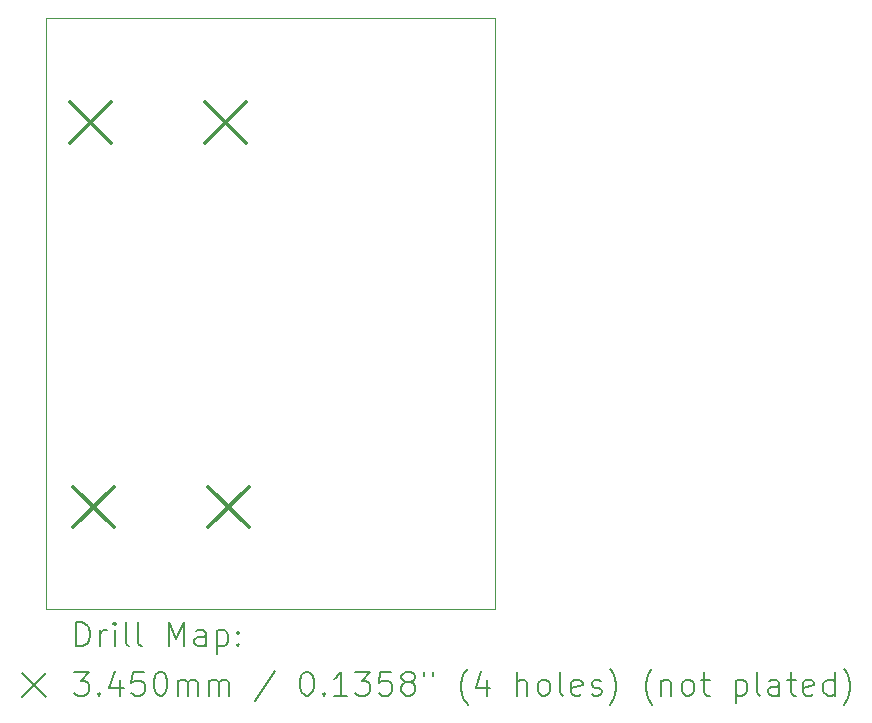
<source format=gbr>
%TF.GenerationSoftware,KiCad,Pcbnew,8.0.3*%
%TF.CreationDate,2024-12-07T23:26:44-06:00*%
%TF.ProjectId,CAN Over Ethernet,43414e20-4f76-4657-9220-45746865726e,rev?*%
%TF.SameCoordinates,Original*%
%TF.FileFunction,Drillmap*%
%TF.FilePolarity,Positive*%
%FSLAX45Y45*%
G04 Gerber Fmt 4.5, Leading zero omitted, Abs format (unit mm)*
G04 Created by KiCad (PCBNEW 8.0.3) date 2024-12-07 23:26:44*
%MOMM*%
%LPD*%
G01*
G04 APERTURE LIST*
%ADD10C,0.100000*%
%ADD11C,0.200000*%
%ADD12C,0.345000*%
G04 APERTURE END LIST*
D10*
X7680000Y-4250000D02*
X11480000Y-4250000D01*
X11480000Y-9250000D01*
X7680000Y-9250000D01*
X7680000Y-4250000D01*
D11*
D12*
X7884250Y-4962500D02*
X8229250Y-5307500D01*
X8229250Y-4962500D02*
X7884250Y-5307500D01*
X7907750Y-8216250D02*
X8252750Y-8561250D01*
X8252750Y-8216250D02*
X7907750Y-8561250D01*
X9027250Y-4962500D02*
X9372250Y-5307500D01*
X9372250Y-4962500D02*
X9027250Y-5307500D01*
X9050750Y-8216250D02*
X9395750Y-8561250D01*
X9395750Y-8216250D02*
X9050750Y-8561250D01*
D11*
X7935777Y-9566484D02*
X7935777Y-9366484D01*
X7935777Y-9366484D02*
X7983396Y-9366484D01*
X7983396Y-9366484D02*
X8011967Y-9376008D01*
X8011967Y-9376008D02*
X8031015Y-9395055D01*
X8031015Y-9395055D02*
X8040539Y-9414103D01*
X8040539Y-9414103D02*
X8050062Y-9452198D01*
X8050062Y-9452198D02*
X8050062Y-9480770D01*
X8050062Y-9480770D02*
X8040539Y-9518865D01*
X8040539Y-9518865D02*
X8031015Y-9537912D01*
X8031015Y-9537912D02*
X8011967Y-9556960D01*
X8011967Y-9556960D02*
X7983396Y-9566484D01*
X7983396Y-9566484D02*
X7935777Y-9566484D01*
X8135777Y-9566484D02*
X8135777Y-9433150D01*
X8135777Y-9471246D02*
X8145301Y-9452198D01*
X8145301Y-9452198D02*
X8154824Y-9442674D01*
X8154824Y-9442674D02*
X8173872Y-9433150D01*
X8173872Y-9433150D02*
X8192920Y-9433150D01*
X8259586Y-9566484D02*
X8259586Y-9433150D01*
X8259586Y-9366484D02*
X8250062Y-9376008D01*
X8250062Y-9376008D02*
X8259586Y-9385531D01*
X8259586Y-9385531D02*
X8269110Y-9376008D01*
X8269110Y-9376008D02*
X8259586Y-9366484D01*
X8259586Y-9366484D02*
X8259586Y-9385531D01*
X8383396Y-9566484D02*
X8364348Y-9556960D01*
X8364348Y-9556960D02*
X8354824Y-9537912D01*
X8354824Y-9537912D02*
X8354824Y-9366484D01*
X8488158Y-9566484D02*
X8469110Y-9556960D01*
X8469110Y-9556960D02*
X8459586Y-9537912D01*
X8459586Y-9537912D02*
X8459586Y-9366484D01*
X8716729Y-9566484D02*
X8716729Y-9366484D01*
X8716729Y-9366484D02*
X8783396Y-9509341D01*
X8783396Y-9509341D02*
X8850063Y-9366484D01*
X8850063Y-9366484D02*
X8850063Y-9566484D01*
X9031015Y-9566484D02*
X9031015Y-9461722D01*
X9031015Y-9461722D02*
X9021491Y-9442674D01*
X9021491Y-9442674D02*
X9002444Y-9433150D01*
X9002444Y-9433150D02*
X8964348Y-9433150D01*
X8964348Y-9433150D02*
X8945301Y-9442674D01*
X9031015Y-9556960D02*
X9011967Y-9566484D01*
X9011967Y-9566484D02*
X8964348Y-9566484D01*
X8964348Y-9566484D02*
X8945301Y-9556960D01*
X8945301Y-9556960D02*
X8935777Y-9537912D01*
X8935777Y-9537912D02*
X8935777Y-9518865D01*
X8935777Y-9518865D02*
X8945301Y-9499817D01*
X8945301Y-9499817D02*
X8964348Y-9490293D01*
X8964348Y-9490293D02*
X9011967Y-9490293D01*
X9011967Y-9490293D02*
X9031015Y-9480770D01*
X9126253Y-9433150D02*
X9126253Y-9633150D01*
X9126253Y-9442674D02*
X9145301Y-9433150D01*
X9145301Y-9433150D02*
X9183396Y-9433150D01*
X9183396Y-9433150D02*
X9202444Y-9442674D01*
X9202444Y-9442674D02*
X9211967Y-9452198D01*
X9211967Y-9452198D02*
X9221491Y-9471246D01*
X9221491Y-9471246D02*
X9221491Y-9528389D01*
X9221491Y-9528389D02*
X9211967Y-9547436D01*
X9211967Y-9547436D02*
X9202444Y-9556960D01*
X9202444Y-9556960D02*
X9183396Y-9566484D01*
X9183396Y-9566484D02*
X9145301Y-9566484D01*
X9145301Y-9566484D02*
X9126253Y-9556960D01*
X9307205Y-9547436D02*
X9316729Y-9556960D01*
X9316729Y-9556960D02*
X9307205Y-9566484D01*
X9307205Y-9566484D02*
X9297682Y-9556960D01*
X9297682Y-9556960D02*
X9307205Y-9547436D01*
X9307205Y-9547436D02*
X9307205Y-9566484D01*
X9307205Y-9442674D02*
X9316729Y-9452198D01*
X9316729Y-9452198D02*
X9307205Y-9461722D01*
X9307205Y-9461722D02*
X9297682Y-9452198D01*
X9297682Y-9452198D02*
X9307205Y-9442674D01*
X9307205Y-9442674D02*
X9307205Y-9461722D01*
X7475000Y-9795000D02*
X7675000Y-9995000D01*
X7675000Y-9795000D02*
X7475000Y-9995000D01*
X7916729Y-9786484D02*
X8040539Y-9786484D01*
X8040539Y-9786484D02*
X7973872Y-9862674D01*
X7973872Y-9862674D02*
X8002443Y-9862674D01*
X8002443Y-9862674D02*
X8021491Y-9872198D01*
X8021491Y-9872198D02*
X8031015Y-9881722D01*
X8031015Y-9881722D02*
X8040539Y-9900770D01*
X8040539Y-9900770D02*
X8040539Y-9948389D01*
X8040539Y-9948389D02*
X8031015Y-9967436D01*
X8031015Y-9967436D02*
X8021491Y-9976960D01*
X8021491Y-9976960D02*
X8002443Y-9986484D01*
X8002443Y-9986484D02*
X7945301Y-9986484D01*
X7945301Y-9986484D02*
X7926253Y-9976960D01*
X7926253Y-9976960D02*
X7916729Y-9967436D01*
X8126253Y-9967436D02*
X8135777Y-9976960D01*
X8135777Y-9976960D02*
X8126253Y-9986484D01*
X8126253Y-9986484D02*
X8116729Y-9976960D01*
X8116729Y-9976960D02*
X8126253Y-9967436D01*
X8126253Y-9967436D02*
X8126253Y-9986484D01*
X8307205Y-9853150D02*
X8307205Y-9986484D01*
X8259586Y-9776960D02*
X8211967Y-9919817D01*
X8211967Y-9919817D02*
X8335777Y-9919817D01*
X8507205Y-9786484D02*
X8411967Y-9786484D01*
X8411967Y-9786484D02*
X8402444Y-9881722D01*
X8402444Y-9881722D02*
X8411967Y-9872198D01*
X8411967Y-9872198D02*
X8431015Y-9862674D01*
X8431015Y-9862674D02*
X8478634Y-9862674D01*
X8478634Y-9862674D02*
X8497682Y-9872198D01*
X8497682Y-9872198D02*
X8507205Y-9881722D01*
X8507205Y-9881722D02*
X8516729Y-9900770D01*
X8516729Y-9900770D02*
X8516729Y-9948389D01*
X8516729Y-9948389D02*
X8507205Y-9967436D01*
X8507205Y-9967436D02*
X8497682Y-9976960D01*
X8497682Y-9976960D02*
X8478634Y-9986484D01*
X8478634Y-9986484D02*
X8431015Y-9986484D01*
X8431015Y-9986484D02*
X8411967Y-9976960D01*
X8411967Y-9976960D02*
X8402444Y-9967436D01*
X8640539Y-9786484D02*
X8659586Y-9786484D01*
X8659586Y-9786484D02*
X8678634Y-9796008D01*
X8678634Y-9796008D02*
X8688158Y-9805531D01*
X8688158Y-9805531D02*
X8697682Y-9824579D01*
X8697682Y-9824579D02*
X8707205Y-9862674D01*
X8707205Y-9862674D02*
X8707205Y-9910293D01*
X8707205Y-9910293D02*
X8697682Y-9948389D01*
X8697682Y-9948389D02*
X8688158Y-9967436D01*
X8688158Y-9967436D02*
X8678634Y-9976960D01*
X8678634Y-9976960D02*
X8659586Y-9986484D01*
X8659586Y-9986484D02*
X8640539Y-9986484D01*
X8640539Y-9986484D02*
X8621491Y-9976960D01*
X8621491Y-9976960D02*
X8611967Y-9967436D01*
X8611967Y-9967436D02*
X8602444Y-9948389D01*
X8602444Y-9948389D02*
X8592920Y-9910293D01*
X8592920Y-9910293D02*
X8592920Y-9862674D01*
X8592920Y-9862674D02*
X8602444Y-9824579D01*
X8602444Y-9824579D02*
X8611967Y-9805531D01*
X8611967Y-9805531D02*
X8621491Y-9796008D01*
X8621491Y-9796008D02*
X8640539Y-9786484D01*
X8792920Y-9986484D02*
X8792920Y-9853150D01*
X8792920Y-9872198D02*
X8802444Y-9862674D01*
X8802444Y-9862674D02*
X8821491Y-9853150D01*
X8821491Y-9853150D02*
X8850063Y-9853150D01*
X8850063Y-9853150D02*
X8869110Y-9862674D01*
X8869110Y-9862674D02*
X8878634Y-9881722D01*
X8878634Y-9881722D02*
X8878634Y-9986484D01*
X8878634Y-9881722D02*
X8888158Y-9862674D01*
X8888158Y-9862674D02*
X8907205Y-9853150D01*
X8907205Y-9853150D02*
X8935777Y-9853150D01*
X8935777Y-9853150D02*
X8954825Y-9862674D01*
X8954825Y-9862674D02*
X8964348Y-9881722D01*
X8964348Y-9881722D02*
X8964348Y-9986484D01*
X9059586Y-9986484D02*
X9059586Y-9853150D01*
X9059586Y-9872198D02*
X9069110Y-9862674D01*
X9069110Y-9862674D02*
X9088158Y-9853150D01*
X9088158Y-9853150D02*
X9116729Y-9853150D01*
X9116729Y-9853150D02*
X9135777Y-9862674D01*
X9135777Y-9862674D02*
X9145301Y-9881722D01*
X9145301Y-9881722D02*
X9145301Y-9986484D01*
X9145301Y-9881722D02*
X9154825Y-9862674D01*
X9154825Y-9862674D02*
X9173872Y-9853150D01*
X9173872Y-9853150D02*
X9202444Y-9853150D01*
X9202444Y-9853150D02*
X9221491Y-9862674D01*
X9221491Y-9862674D02*
X9231015Y-9881722D01*
X9231015Y-9881722D02*
X9231015Y-9986484D01*
X9621491Y-9776960D02*
X9450063Y-10034103D01*
X9878634Y-9786484D02*
X9897682Y-9786484D01*
X9897682Y-9786484D02*
X9916729Y-9796008D01*
X9916729Y-9796008D02*
X9926253Y-9805531D01*
X9926253Y-9805531D02*
X9935777Y-9824579D01*
X9935777Y-9824579D02*
X9945301Y-9862674D01*
X9945301Y-9862674D02*
X9945301Y-9910293D01*
X9945301Y-9910293D02*
X9935777Y-9948389D01*
X9935777Y-9948389D02*
X9926253Y-9967436D01*
X9926253Y-9967436D02*
X9916729Y-9976960D01*
X9916729Y-9976960D02*
X9897682Y-9986484D01*
X9897682Y-9986484D02*
X9878634Y-9986484D01*
X9878634Y-9986484D02*
X9859587Y-9976960D01*
X9859587Y-9976960D02*
X9850063Y-9967436D01*
X9850063Y-9967436D02*
X9840539Y-9948389D01*
X9840539Y-9948389D02*
X9831015Y-9910293D01*
X9831015Y-9910293D02*
X9831015Y-9862674D01*
X9831015Y-9862674D02*
X9840539Y-9824579D01*
X9840539Y-9824579D02*
X9850063Y-9805531D01*
X9850063Y-9805531D02*
X9859587Y-9796008D01*
X9859587Y-9796008D02*
X9878634Y-9786484D01*
X10031015Y-9967436D02*
X10040539Y-9976960D01*
X10040539Y-9976960D02*
X10031015Y-9986484D01*
X10031015Y-9986484D02*
X10021491Y-9976960D01*
X10021491Y-9976960D02*
X10031015Y-9967436D01*
X10031015Y-9967436D02*
X10031015Y-9986484D01*
X10231015Y-9986484D02*
X10116729Y-9986484D01*
X10173872Y-9986484D02*
X10173872Y-9786484D01*
X10173872Y-9786484D02*
X10154825Y-9815055D01*
X10154825Y-9815055D02*
X10135777Y-9834103D01*
X10135777Y-9834103D02*
X10116729Y-9843627D01*
X10297682Y-9786484D02*
X10421491Y-9786484D01*
X10421491Y-9786484D02*
X10354825Y-9862674D01*
X10354825Y-9862674D02*
X10383396Y-9862674D01*
X10383396Y-9862674D02*
X10402444Y-9872198D01*
X10402444Y-9872198D02*
X10411968Y-9881722D01*
X10411968Y-9881722D02*
X10421491Y-9900770D01*
X10421491Y-9900770D02*
X10421491Y-9948389D01*
X10421491Y-9948389D02*
X10411968Y-9967436D01*
X10411968Y-9967436D02*
X10402444Y-9976960D01*
X10402444Y-9976960D02*
X10383396Y-9986484D01*
X10383396Y-9986484D02*
X10326253Y-9986484D01*
X10326253Y-9986484D02*
X10307206Y-9976960D01*
X10307206Y-9976960D02*
X10297682Y-9967436D01*
X10602444Y-9786484D02*
X10507206Y-9786484D01*
X10507206Y-9786484D02*
X10497682Y-9881722D01*
X10497682Y-9881722D02*
X10507206Y-9872198D01*
X10507206Y-9872198D02*
X10526253Y-9862674D01*
X10526253Y-9862674D02*
X10573872Y-9862674D01*
X10573872Y-9862674D02*
X10592920Y-9872198D01*
X10592920Y-9872198D02*
X10602444Y-9881722D01*
X10602444Y-9881722D02*
X10611968Y-9900770D01*
X10611968Y-9900770D02*
X10611968Y-9948389D01*
X10611968Y-9948389D02*
X10602444Y-9967436D01*
X10602444Y-9967436D02*
X10592920Y-9976960D01*
X10592920Y-9976960D02*
X10573872Y-9986484D01*
X10573872Y-9986484D02*
X10526253Y-9986484D01*
X10526253Y-9986484D02*
X10507206Y-9976960D01*
X10507206Y-9976960D02*
X10497682Y-9967436D01*
X10726253Y-9872198D02*
X10707206Y-9862674D01*
X10707206Y-9862674D02*
X10697682Y-9853150D01*
X10697682Y-9853150D02*
X10688158Y-9834103D01*
X10688158Y-9834103D02*
X10688158Y-9824579D01*
X10688158Y-9824579D02*
X10697682Y-9805531D01*
X10697682Y-9805531D02*
X10707206Y-9796008D01*
X10707206Y-9796008D02*
X10726253Y-9786484D01*
X10726253Y-9786484D02*
X10764349Y-9786484D01*
X10764349Y-9786484D02*
X10783396Y-9796008D01*
X10783396Y-9796008D02*
X10792920Y-9805531D01*
X10792920Y-9805531D02*
X10802444Y-9824579D01*
X10802444Y-9824579D02*
X10802444Y-9834103D01*
X10802444Y-9834103D02*
X10792920Y-9853150D01*
X10792920Y-9853150D02*
X10783396Y-9862674D01*
X10783396Y-9862674D02*
X10764349Y-9872198D01*
X10764349Y-9872198D02*
X10726253Y-9872198D01*
X10726253Y-9872198D02*
X10707206Y-9881722D01*
X10707206Y-9881722D02*
X10697682Y-9891246D01*
X10697682Y-9891246D02*
X10688158Y-9910293D01*
X10688158Y-9910293D02*
X10688158Y-9948389D01*
X10688158Y-9948389D02*
X10697682Y-9967436D01*
X10697682Y-9967436D02*
X10707206Y-9976960D01*
X10707206Y-9976960D02*
X10726253Y-9986484D01*
X10726253Y-9986484D02*
X10764349Y-9986484D01*
X10764349Y-9986484D02*
X10783396Y-9976960D01*
X10783396Y-9976960D02*
X10792920Y-9967436D01*
X10792920Y-9967436D02*
X10802444Y-9948389D01*
X10802444Y-9948389D02*
X10802444Y-9910293D01*
X10802444Y-9910293D02*
X10792920Y-9891246D01*
X10792920Y-9891246D02*
X10783396Y-9881722D01*
X10783396Y-9881722D02*
X10764349Y-9872198D01*
X10878634Y-9786484D02*
X10878634Y-9824579D01*
X10954825Y-9786484D02*
X10954825Y-9824579D01*
X11250063Y-10062674D02*
X11240539Y-10053150D01*
X11240539Y-10053150D02*
X11221491Y-10024579D01*
X11221491Y-10024579D02*
X11211968Y-10005531D01*
X11211968Y-10005531D02*
X11202444Y-9976960D01*
X11202444Y-9976960D02*
X11192920Y-9929341D01*
X11192920Y-9929341D02*
X11192920Y-9891246D01*
X11192920Y-9891246D02*
X11202444Y-9843627D01*
X11202444Y-9843627D02*
X11211968Y-9815055D01*
X11211968Y-9815055D02*
X11221491Y-9796008D01*
X11221491Y-9796008D02*
X11240539Y-9767436D01*
X11240539Y-9767436D02*
X11250063Y-9757912D01*
X11411968Y-9853150D02*
X11411968Y-9986484D01*
X11364348Y-9776960D02*
X11316729Y-9919817D01*
X11316729Y-9919817D02*
X11440539Y-9919817D01*
X11669110Y-9986484D02*
X11669110Y-9786484D01*
X11754825Y-9986484D02*
X11754825Y-9881722D01*
X11754825Y-9881722D02*
X11745301Y-9862674D01*
X11745301Y-9862674D02*
X11726253Y-9853150D01*
X11726253Y-9853150D02*
X11697682Y-9853150D01*
X11697682Y-9853150D02*
X11678634Y-9862674D01*
X11678634Y-9862674D02*
X11669110Y-9872198D01*
X11878634Y-9986484D02*
X11859587Y-9976960D01*
X11859587Y-9976960D02*
X11850063Y-9967436D01*
X11850063Y-9967436D02*
X11840539Y-9948389D01*
X11840539Y-9948389D02*
X11840539Y-9891246D01*
X11840539Y-9891246D02*
X11850063Y-9872198D01*
X11850063Y-9872198D02*
X11859587Y-9862674D01*
X11859587Y-9862674D02*
X11878634Y-9853150D01*
X11878634Y-9853150D02*
X11907206Y-9853150D01*
X11907206Y-9853150D02*
X11926253Y-9862674D01*
X11926253Y-9862674D02*
X11935777Y-9872198D01*
X11935777Y-9872198D02*
X11945301Y-9891246D01*
X11945301Y-9891246D02*
X11945301Y-9948389D01*
X11945301Y-9948389D02*
X11935777Y-9967436D01*
X11935777Y-9967436D02*
X11926253Y-9976960D01*
X11926253Y-9976960D02*
X11907206Y-9986484D01*
X11907206Y-9986484D02*
X11878634Y-9986484D01*
X12059587Y-9986484D02*
X12040539Y-9976960D01*
X12040539Y-9976960D02*
X12031015Y-9957912D01*
X12031015Y-9957912D02*
X12031015Y-9786484D01*
X12211968Y-9976960D02*
X12192920Y-9986484D01*
X12192920Y-9986484D02*
X12154825Y-9986484D01*
X12154825Y-9986484D02*
X12135777Y-9976960D01*
X12135777Y-9976960D02*
X12126253Y-9957912D01*
X12126253Y-9957912D02*
X12126253Y-9881722D01*
X12126253Y-9881722D02*
X12135777Y-9862674D01*
X12135777Y-9862674D02*
X12154825Y-9853150D01*
X12154825Y-9853150D02*
X12192920Y-9853150D01*
X12192920Y-9853150D02*
X12211968Y-9862674D01*
X12211968Y-9862674D02*
X12221491Y-9881722D01*
X12221491Y-9881722D02*
X12221491Y-9900770D01*
X12221491Y-9900770D02*
X12126253Y-9919817D01*
X12297682Y-9976960D02*
X12316730Y-9986484D01*
X12316730Y-9986484D02*
X12354825Y-9986484D01*
X12354825Y-9986484D02*
X12373872Y-9976960D01*
X12373872Y-9976960D02*
X12383396Y-9957912D01*
X12383396Y-9957912D02*
X12383396Y-9948389D01*
X12383396Y-9948389D02*
X12373872Y-9929341D01*
X12373872Y-9929341D02*
X12354825Y-9919817D01*
X12354825Y-9919817D02*
X12326253Y-9919817D01*
X12326253Y-9919817D02*
X12307206Y-9910293D01*
X12307206Y-9910293D02*
X12297682Y-9891246D01*
X12297682Y-9891246D02*
X12297682Y-9881722D01*
X12297682Y-9881722D02*
X12307206Y-9862674D01*
X12307206Y-9862674D02*
X12326253Y-9853150D01*
X12326253Y-9853150D02*
X12354825Y-9853150D01*
X12354825Y-9853150D02*
X12373872Y-9862674D01*
X12450063Y-10062674D02*
X12459587Y-10053150D01*
X12459587Y-10053150D02*
X12478634Y-10024579D01*
X12478634Y-10024579D02*
X12488158Y-10005531D01*
X12488158Y-10005531D02*
X12497682Y-9976960D01*
X12497682Y-9976960D02*
X12507206Y-9929341D01*
X12507206Y-9929341D02*
X12507206Y-9891246D01*
X12507206Y-9891246D02*
X12497682Y-9843627D01*
X12497682Y-9843627D02*
X12488158Y-9815055D01*
X12488158Y-9815055D02*
X12478634Y-9796008D01*
X12478634Y-9796008D02*
X12459587Y-9767436D01*
X12459587Y-9767436D02*
X12450063Y-9757912D01*
X12811968Y-10062674D02*
X12802444Y-10053150D01*
X12802444Y-10053150D02*
X12783396Y-10024579D01*
X12783396Y-10024579D02*
X12773872Y-10005531D01*
X12773872Y-10005531D02*
X12764349Y-9976960D01*
X12764349Y-9976960D02*
X12754825Y-9929341D01*
X12754825Y-9929341D02*
X12754825Y-9891246D01*
X12754825Y-9891246D02*
X12764349Y-9843627D01*
X12764349Y-9843627D02*
X12773872Y-9815055D01*
X12773872Y-9815055D02*
X12783396Y-9796008D01*
X12783396Y-9796008D02*
X12802444Y-9767436D01*
X12802444Y-9767436D02*
X12811968Y-9757912D01*
X12888158Y-9853150D02*
X12888158Y-9986484D01*
X12888158Y-9872198D02*
X12897682Y-9862674D01*
X12897682Y-9862674D02*
X12916730Y-9853150D01*
X12916730Y-9853150D02*
X12945301Y-9853150D01*
X12945301Y-9853150D02*
X12964349Y-9862674D01*
X12964349Y-9862674D02*
X12973872Y-9881722D01*
X12973872Y-9881722D02*
X12973872Y-9986484D01*
X13097682Y-9986484D02*
X13078634Y-9976960D01*
X13078634Y-9976960D02*
X13069111Y-9967436D01*
X13069111Y-9967436D02*
X13059587Y-9948389D01*
X13059587Y-9948389D02*
X13059587Y-9891246D01*
X13059587Y-9891246D02*
X13069111Y-9872198D01*
X13069111Y-9872198D02*
X13078634Y-9862674D01*
X13078634Y-9862674D02*
X13097682Y-9853150D01*
X13097682Y-9853150D02*
X13126253Y-9853150D01*
X13126253Y-9853150D02*
X13145301Y-9862674D01*
X13145301Y-9862674D02*
X13154825Y-9872198D01*
X13154825Y-9872198D02*
X13164349Y-9891246D01*
X13164349Y-9891246D02*
X13164349Y-9948389D01*
X13164349Y-9948389D02*
X13154825Y-9967436D01*
X13154825Y-9967436D02*
X13145301Y-9976960D01*
X13145301Y-9976960D02*
X13126253Y-9986484D01*
X13126253Y-9986484D02*
X13097682Y-9986484D01*
X13221492Y-9853150D02*
X13297682Y-9853150D01*
X13250063Y-9786484D02*
X13250063Y-9957912D01*
X13250063Y-9957912D02*
X13259587Y-9976960D01*
X13259587Y-9976960D02*
X13278634Y-9986484D01*
X13278634Y-9986484D02*
X13297682Y-9986484D01*
X13516730Y-9853150D02*
X13516730Y-10053150D01*
X13516730Y-9862674D02*
X13535777Y-9853150D01*
X13535777Y-9853150D02*
X13573873Y-9853150D01*
X13573873Y-9853150D02*
X13592920Y-9862674D01*
X13592920Y-9862674D02*
X13602444Y-9872198D01*
X13602444Y-9872198D02*
X13611968Y-9891246D01*
X13611968Y-9891246D02*
X13611968Y-9948389D01*
X13611968Y-9948389D02*
X13602444Y-9967436D01*
X13602444Y-9967436D02*
X13592920Y-9976960D01*
X13592920Y-9976960D02*
X13573873Y-9986484D01*
X13573873Y-9986484D02*
X13535777Y-9986484D01*
X13535777Y-9986484D02*
X13516730Y-9976960D01*
X13726253Y-9986484D02*
X13707206Y-9976960D01*
X13707206Y-9976960D02*
X13697682Y-9957912D01*
X13697682Y-9957912D02*
X13697682Y-9786484D01*
X13888158Y-9986484D02*
X13888158Y-9881722D01*
X13888158Y-9881722D02*
X13878634Y-9862674D01*
X13878634Y-9862674D02*
X13859587Y-9853150D01*
X13859587Y-9853150D02*
X13821492Y-9853150D01*
X13821492Y-9853150D02*
X13802444Y-9862674D01*
X13888158Y-9976960D02*
X13869111Y-9986484D01*
X13869111Y-9986484D02*
X13821492Y-9986484D01*
X13821492Y-9986484D02*
X13802444Y-9976960D01*
X13802444Y-9976960D02*
X13792920Y-9957912D01*
X13792920Y-9957912D02*
X13792920Y-9938865D01*
X13792920Y-9938865D02*
X13802444Y-9919817D01*
X13802444Y-9919817D02*
X13821492Y-9910293D01*
X13821492Y-9910293D02*
X13869111Y-9910293D01*
X13869111Y-9910293D02*
X13888158Y-9900770D01*
X13954825Y-9853150D02*
X14031015Y-9853150D01*
X13983396Y-9786484D02*
X13983396Y-9957912D01*
X13983396Y-9957912D02*
X13992920Y-9976960D01*
X13992920Y-9976960D02*
X14011968Y-9986484D01*
X14011968Y-9986484D02*
X14031015Y-9986484D01*
X14173873Y-9976960D02*
X14154825Y-9986484D01*
X14154825Y-9986484D02*
X14116730Y-9986484D01*
X14116730Y-9986484D02*
X14097682Y-9976960D01*
X14097682Y-9976960D02*
X14088158Y-9957912D01*
X14088158Y-9957912D02*
X14088158Y-9881722D01*
X14088158Y-9881722D02*
X14097682Y-9862674D01*
X14097682Y-9862674D02*
X14116730Y-9853150D01*
X14116730Y-9853150D02*
X14154825Y-9853150D01*
X14154825Y-9853150D02*
X14173873Y-9862674D01*
X14173873Y-9862674D02*
X14183396Y-9881722D01*
X14183396Y-9881722D02*
X14183396Y-9900770D01*
X14183396Y-9900770D02*
X14088158Y-9919817D01*
X14354825Y-9986484D02*
X14354825Y-9786484D01*
X14354825Y-9976960D02*
X14335777Y-9986484D01*
X14335777Y-9986484D02*
X14297682Y-9986484D01*
X14297682Y-9986484D02*
X14278634Y-9976960D01*
X14278634Y-9976960D02*
X14269111Y-9967436D01*
X14269111Y-9967436D02*
X14259587Y-9948389D01*
X14259587Y-9948389D02*
X14259587Y-9891246D01*
X14259587Y-9891246D02*
X14269111Y-9872198D01*
X14269111Y-9872198D02*
X14278634Y-9862674D01*
X14278634Y-9862674D02*
X14297682Y-9853150D01*
X14297682Y-9853150D02*
X14335777Y-9853150D01*
X14335777Y-9853150D02*
X14354825Y-9862674D01*
X14431015Y-10062674D02*
X14440539Y-10053150D01*
X14440539Y-10053150D02*
X14459587Y-10024579D01*
X14459587Y-10024579D02*
X14469111Y-10005531D01*
X14469111Y-10005531D02*
X14478634Y-9976960D01*
X14478634Y-9976960D02*
X14488158Y-9929341D01*
X14488158Y-9929341D02*
X14488158Y-9891246D01*
X14488158Y-9891246D02*
X14478634Y-9843627D01*
X14478634Y-9843627D02*
X14469111Y-9815055D01*
X14469111Y-9815055D02*
X14459587Y-9796008D01*
X14459587Y-9796008D02*
X14440539Y-9767436D01*
X14440539Y-9767436D02*
X14431015Y-9757912D01*
M02*

</source>
